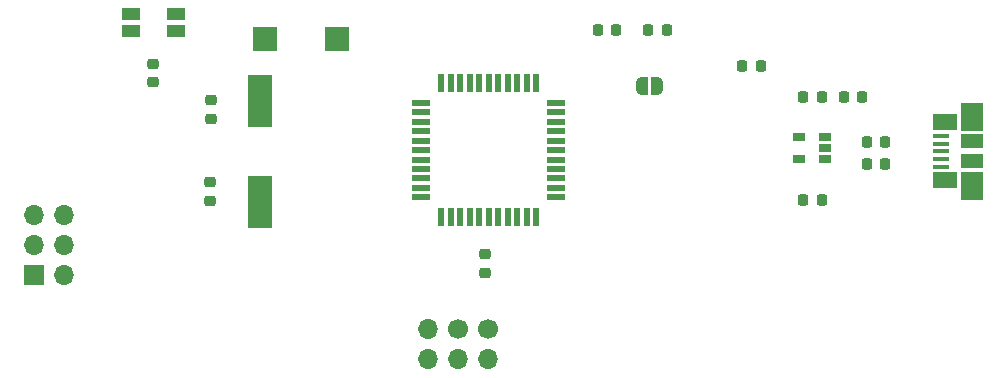
<source format=gbr>
G04 #@! TF.GenerationSoftware,KiCad,Pcbnew,(5.99.0-10336-g9846076676)*
G04 #@! TF.CreationDate,2021-04-17T01:38:01-06:00*
G04 #@! TF.ProjectId,yolo-badge,796f6c6f-2d62-4616-9467-652e6b696361,rev?*
G04 #@! TF.SameCoordinates,Original*
G04 #@! TF.FileFunction,Soldermask,Bot*
G04 #@! TF.FilePolarity,Negative*
%FSLAX46Y46*%
G04 Gerber Fmt 4.6, Leading zero omitted, Abs format (unit mm)*
G04 Created by KiCad (PCBNEW (5.99.0-10336-g9846076676)) date 2021-04-17 01:38:01*
%MOMM*%
%LPD*%
G01*
G04 APERTURE LIST*
G04 Aperture macros list*
%AMRoundRect*
0 Rectangle with rounded corners*
0 $1 Rounding radius*
0 $2 $3 $4 $5 $6 $7 $8 $9 X,Y pos of 4 corners*
0 Add a 4 corners polygon primitive as box body*
4,1,4,$2,$3,$4,$5,$6,$7,$8,$9,$2,$3,0*
0 Add four circle primitives for the rounded corners*
1,1,$1+$1,$2,$3*
1,1,$1+$1,$4,$5*
1,1,$1+$1,$6,$7*
1,1,$1+$1,$8,$9*
0 Add four rect primitives between the rounded corners*
20,1,$1+$1,$2,$3,$4,$5,0*
20,1,$1+$1,$4,$5,$6,$7,0*
20,1,$1+$1,$6,$7,$8,$9,0*
20,1,$1+$1,$8,$9,$2,$3,0*%
%AMFreePoly0*
4,1,22,0.500000,-0.750000,0.000000,-0.750000,0.000000,-0.745033,-0.079941,-0.743568,-0.215256,-0.701293,-0.333266,-0.622738,-0.424486,-0.514219,-0.481581,-0.384460,-0.499164,-0.250000,-0.500000,-0.250000,-0.500000,0.250000,-0.499164,0.250000,-0.499963,0.256109,-0.478152,0.396186,-0.417904,0.524511,-0.324060,0.630769,-0.204165,0.706417,-0.067858,0.745374,0.000000,0.744959,0.000000,0.750000,
0.500000,0.750000,0.500000,-0.750000,0.500000,-0.750000,$1*%
%AMFreePoly1*
4,1,20,0.000000,0.744959,0.073905,0.744508,0.209726,0.703889,0.328688,0.626782,0.421226,0.519385,0.479903,0.390333,0.500000,0.250000,0.500000,-0.250000,0.499851,-0.262216,0.476331,-0.402017,0.414519,-0.529596,0.319384,-0.634700,0.198574,-0.708877,0.061801,-0.746166,0.000000,-0.745033,0.000000,-0.750000,-0.500000,-0.750000,-0.500000,0.750000,0.000000,0.750000,0.000000,0.744959,
0.000000,0.744959,$1*%
G04 Aperture macros list end*
%ADD10RoundRect,0.218750X0.218750X0.256250X-0.218750X0.256250X-0.218750X-0.256250X0.218750X-0.256250X0*%
%ADD11RoundRect,0.218750X-0.256250X0.218750X-0.256250X-0.218750X0.256250X-0.218750X0.256250X0.218750X0*%
%ADD12RoundRect,0.218750X0.256250X-0.218750X0.256250X0.218750X-0.256250X0.218750X-0.256250X-0.218750X0*%
%ADD13RoundRect,0.218750X-0.218750X-0.256250X0.218750X-0.256250X0.218750X0.256250X-0.218750X0.256250X0*%
%ADD14R,1.700000X1.700000*%
%ADD15O,1.700000X1.700000*%
%ADD16R,1.380000X0.450000*%
%ADD17R,1.900000X1.175000*%
%ADD18R,1.900000X2.375000*%
%ADD19R,2.100000X1.475000*%
%ADD20FreePoly0,0.000000*%
%ADD21FreePoly1,0.000000*%
%ADD22R,2.000000X2.000000*%
%ADD23R,1.600000X1.000000*%
%ADD24R,1.060000X0.650000*%
%ADD25R,0.550000X1.500000*%
%ADD26R,1.500000X0.550000*%
%ADD27C,1.700000*%
%ADD28R,2.000000X4.500000*%
G04 APERTURE END LIST*
D10*
X178138334Y-54990000D03*
X176563334Y-54990000D03*
X174730834Y-63670000D03*
X173155834Y-63670000D03*
X174740834Y-54990000D03*
X173165834Y-54990000D03*
D11*
X146183334Y-68252500D03*
X146183334Y-69827500D03*
X123003334Y-55212500D03*
X123003334Y-56787500D03*
D12*
X122913334Y-63747500D03*
X122913334Y-62172500D03*
D13*
X160025834Y-49260000D03*
X161600834Y-49260000D03*
D14*
X108025000Y-70015000D03*
D15*
X110565000Y-70015000D03*
X108025000Y-67475000D03*
X110565000Y-67475000D03*
X108025000Y-64935000D03*
X110565000Y-64935000D03*
D16*
X184813334Y-58260000D03*
X184813334Y-58910000D03*
X184813334Y-59560000D03*
X184813334Y-60210000D03*
X184813334Y-60860000D03*
D17*
X187473334Y-60400000D03*
X187473334Y-58720000D03*
D18*
X187473334Y-62470000D03*
D19*
X185173334Y-62022500D03*
D18*
X187473334Y-56650000D03*
D19*
X185173334Y-57097500D03*
D20*
X159480000Y-54010000D03*
D21*
X160780000Y-54010000D03*
D13*
X178515834Y-60600000D03*
X180090834Y-60600000D03*
X178515834Y-58810000D03*
X180090834Y-58810000D03*
D12*
X118110000Y-53727500D03*
X118110000Y-52152500D03*
D10*
X157320834Y-49260000D03*
X155745834Y-49260000D03*
X169580834Y-52300000D03*
X168005834Y-52300000D03*
D22*
X127603334Y-50010000D03*
D23*
X116230000Y-49375000D03*
X120030000Y-49375000D03*
X116230000Y-47975000D03*
X120030000Y-47975000D03*
D22*
X133713334Y-50010000D03*
D24*
X175023334Y-58310000D03*
X175023334Y-59260000D03*
X175023334Y-60210000D03*
X172823334Y-60210000D03*
X172823334Y-58310000D03*
D25*
X150523334Y-65160000D03*
X149723334Y-65160000D03*
X148923334Y-65160000D03*
X148123334Y-65160000D03*
X147323334Y-65160000D03*
X146523334Y-65160000D03*
X145723334Y-65160000D03*
X144923334Y-65160000D03*
X144123334Y-65160000D03*
X143323334Y-65160000D03*
X142523334Y-65160000D03*
D26*
X140823334Y-63460000D03*
X140823334Y-62660000D03*
X140823334Y-61860000D03*
X140823334Y-61060000D03*
X140823334Y-60260000D03*
X140823334Y-59460000D03*
X140823334Y-58660000D03*
X140823334Y-57860000D03*
X140823334Y-57060000D03*
X140823334Y-56260000D03*
X140823334Y-55460000D03*
D25*
X142523334Y-53760000D03*
X143323334Y-53760000D03*
X144123334Y-53760000D03*
X144923334Y-53760000D03*
X145723334Y-53760000D03*
X146523334Y-53760000D03*
X147323334Y-53760000D03*
X148123334Y-53760000D03*
X148923334Y-53760000D03*
X149723334Y-53760000D03*
X150523334Y-53760000D03*
D26*
X152223334Y-55460000D03*
X152223334Y-56260000D03*
X152223334Y-57060000D03*
X152223334Y-57860000D03*
X152223334Y-58660000D03*
X152223334Y-59460000D03*
X152223334Y-60260000D03*
X152223334Y-61060000D03*
X152223334Y-61860000D03*
X152223334Y-62660000D03*
X152223334Y-63460000D03*
D15*
X141373334Y-74600000D03*
X141373334Y-77140000D03*
D27*
X143913334Y-74600000D03*
D15*
X143913334Y-77140000D03*
D27*
X146453334Y-74600000D03*
D15*
X146453334Y-77140000D03*
D28*
X127143334Y-63810000D03*
X127143334Y-55310000D03*
M02*

</source>
